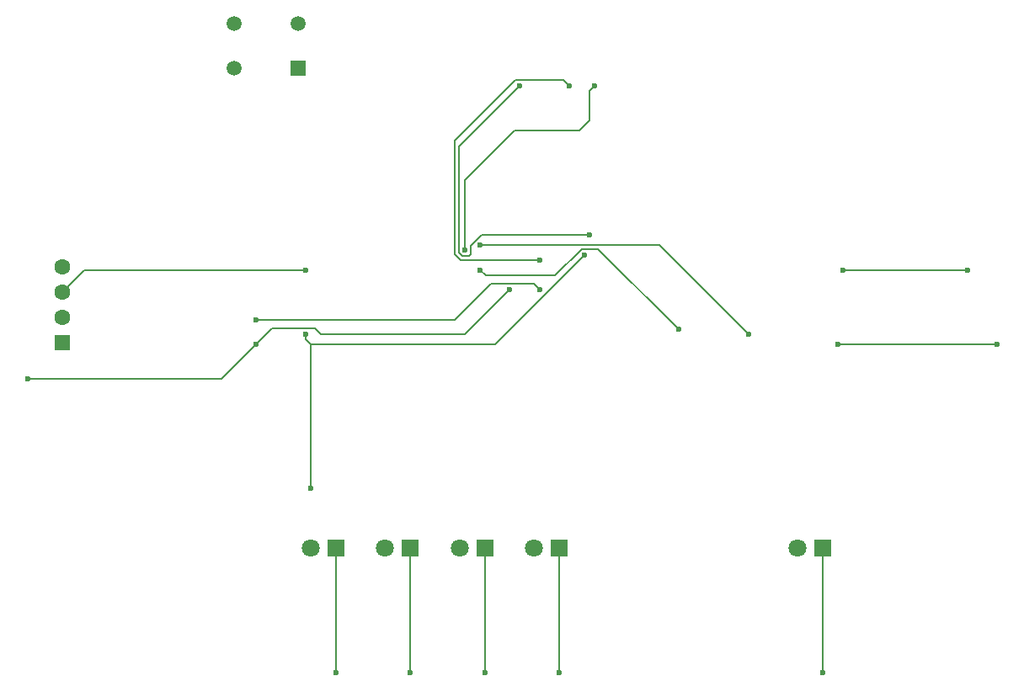
<source format=gbr>
%TF.GenerationSoftware,KiCad,Pcbnew,8.0.1*%
%TF.CreationDate,2024-04-13T21:36:45+05:30*%
%TF.ProjectId,piso,7069736f-2e6b-4696-9361-645f70636258,rev?*%
%TF.SameCoordinates,Original*%
%TF.FileFunction,Copper,L2,Bot*%
%TF.FilePolarity,Positive*%
%FSLAX46Y46*%
G04 Gerber Fmt 4.6, Leading zero omitted, Abs format (unit mm)*
G04 Created by KiCad (PCBNEW 8.0.1) date 2024-04-13 21:36:45*
%MOMM*%
%LPD*%
G01*
G04 APERTURE LIST*
%TA.AperFunction,ComponentPad*%
%ADD10R,1.800000X1.800000*%
%TD*%
%TA.AperFunction,ComponentPad*%
%ADD11C,1.800000*%
%TD*%
%TA.AperFunction,ComponentPad*%
%ADD12R,1.605000X1.605000*%
%TD*%
%TA.AperFunction,ComponentPad*%
%ADD13C,1.605000*%
%TD*%
%TA.AperFunction,ComponentPad*%
%ADD14R,1.498000X1.498000*%
%TD*%
%TA.AperFunction,ComponentPad*%
%ADD15C,1.498000*%
%TD*%
%TA.AperFunction,ViaPad*%
%ADD16C,0.600000*%
%TD*%
%TA.AperFunction,Conductor*%
%ADD17C,0.200000*%
%TD*%
G04 APERTURE END LIST*
D10*
%TO.P,D2,1,K*%
%TO.N,GND*%
X133000000Y-150500000D03*
D11*
%TO.P,D2,2,A*%
%TO.N,Net-(D2-A)*%
X130460000Y-150500000D03*
%TD*%
D10*
%TO.P,D0,1,K*%
%TO.N,GND*%
X148000000Y-150500000D03*
D11*
%TO.P,D0,2,A*%
%TO.N,Net-(D0-A)*%
X145460000Y-150500000D03*
%TD*%
D12*
%TO.P,J1,1,1*%
%TO.N,GND*%
X98000000Y-129810000D03*
D13*
%TO.P,J1,2,2*%
%TO.N,Vdd*%
X98000000Y-127270000D03*
%TO.P,J1,3,3*%
X98000000Y-124730000D03*
%TO.P,J1,4,4*%
%TO.N,GND*%
X98000000Y-122190000D03*
%TD*%
D10*
%TO.P,Dout1,1,K*%
%TO.N,GND*%
X174500000Y-150500000D03*
D11*
%TO.P,Dout1,2,A*%
%TO.N,Net-(Dout1-A)*%
X171960000Y-150500000D03*
%TD*%
D10*
%TO.P,D3,1,K*%
%TO.N,GND*%
X125500000Y-150500000D03*
D11*
%TO.P,D3,2,A*%
%TO.N,Net-(D3-A)*%
X122960000Y-150500000D03*
%TD*%
D14*
%TO.P,SW1,1*%
%TO.N,CLK*%
X121750000Y-102250000D03*
D15*
%TO.P,SW1,2*%
%TO.N,unconnected-(SW1-Pad2)*%
X115250000Y-102250000D03*
%TO.P,SW1,3*%
%TO.N,Vdd*%
X121750000Y-97750000D03*
%TO.P,SW1,4*%
%TO.N,unconnected-(SW1-Pad4)*%
X115250000Y-97750000D03*
%TD*%
D10*
%TO.P,D1,1,K*%
%TO.N,GND*%
X140500000Y-150500000D03*
D11*
%TO.P,D1,2,A*%
%TO.N,Net-(D1-A)*%
X137960000Y-150500000D03*
%TD*%
D16*
%TO.N,D3*%
X123000000Y-144500000D03*
%TO.N,D0*%
X140000000Y-120000000D03*
X167000000Y-129000000D03*
%TO.N,D1*%
X160000000Y-128500000D03*
X140000000Y-122500000D03*
%TO.N,D2*%
X146000000Y-124500000D03*
X117500000Y-127500000D03*
%TO.N,D3*%
X122500000Y-129000000D03*
X150500000Y-121000000D03*
%TO.N,Vdd*%
X189000000Y-122500000D03*
X176500000Y-122500000D03*
X122500000Y-122500000D03*
%TO.N,GND*%
X176000000Y-130000000D03*
X174500000Y-163000000D03*
X125500000Y-163000000D03*
X140500000Y-163000000D03*
X133000000Y-163000000D03*
X117500000Y-130000000D03*
X148000000Y-163000000D03*
X192000000Y-130000000D03*
X94500000Y-133500000D03*
X143000000Y-124500000D03*
%TO.N,Net-(U2-S4A)*%
X151000000Y-119000000D03*
X144000000Y-104000000D03*
%TO.N,Net-(U2-S2A)*%
X138500000Y-120500000D03*
X151500000Y-104000000D03*
%TO.N,Net-(U2-S3A)*%
X149000000Y-104000000D03*
X146000000Y-121500000D03*
%TD*%
D17*
%TO.N,D3*%
X123000000Y-143540000D02*
X123000000Y-144500000D01*
X122960000Y-143500000D02*
X123000000Y-143540000D01*
X122960000Y-130000000D02*
X122960000Y-143500000D01*
%TO.N,D0*%
X158000000Y-120000000D02*
X167000000Y-129000000D01*
X140000000Y-120000000D02*
X158000000Y-120000000D01*
%TO.N,D1*%
X160000000Y-128500000D02*
X151900000Y-120400000D01*
X151900000Y-120400000D02*
X150251471Y-120400000D01*
X140575736Y-123075736D02*
X140000000Y-122500000D01*
X150251471Y-120400000D02*
X147575736Y-123075736D01*
X147575736Y-123075736D02*
X140575736Y-123075736D01*
%TO.N,D2*%
X141100000Y-123900000D02*
X145400000Y-123900000D01*
X145400000Y-123900000D02*
X146000000Y-124500000D01*
X117500000Y-127500000D02*
X137500000Y-127500000D01*
X137500000Y-127500000D02*
X141100000Y-123900000D01*
%TO.N,D3*%
X122960000Y-129960000D02*
X122960000Y-130000000D01*
X141500000Y-130000000D02*
X122960000Y-130000000D01*
X122500000Y-129500000D02*
X122960000Y-129960000D01*
X150500000Y-121000000D02*
X141500000Y-130000000D01*
X122500000Y-129000000D02*
X122500000Y-129500000D01*
%TO.N,Vdd*%
X176500000Y-122500000D02*
X189000000Y-122500000D01*
X122500000Y-122500000D02*
X100230000Y-122500000D01*
X100230000Y-122500000D02*
X98000000Y-124730000D01*
%TO.N,GND*%
X140500000Y-163000000D02*
X140500000Y-150500000D01*
X133000000Y-150500000D02*
X133000000Y-163000000D01*
X176000000Y-130000000D02*
X176500000Y-130000000D01*
X148000000Y-150500000D02*
X148000000Y-163000000D01*
X114000000Y-133500000D02*
X117500000Y-130000000D01*
X143000000Y-124500000D02*
X138500000Y-129000000D01*
X124000000Y-129000000D02*
X123400000Y-128400000D01*
X176500000Y-130000000D02*
X192000000Y-130000000D01*
X174500000Y-150500000D02*
X174500000Y-163000000D01*
X123400000Y-128400000D02*
X119100000Y-128400000D01*
X119100000Y-128400000D02*
X117500000Y-130000000D01*
X125500000Y-163000000D02*
X125500000Y-150500000D01*
X94500000Y-133500000D02*
X114000000Y-133500000D01*
X138500000Y-129000000D02*
X124000000Y-129000000D01*
%TO.N,Net-(U2-S4A)*%
X138251471Y-121100000D02*
X137900000Y-120748529D01*
X151000000Y-119000000D02*
X140151471Y-119000000D01*
X138900000Y-121100000D02*
X138251471Y-121100000D01*
X139100000Y-120900000D02*
X138900000Y-121100000D01*
X139100000Y-120051471D02*
X139100000Y-120900000D01*
X137900000Y-110100000D02*
X144000000Y-104000000D01*
X140151471Y-119000000D02*
X139100000Y-120051471D01*
X137900000Y-120748529D02*
X137900000Y-110100000D01*
%TO.N,Net-(U2-S2A)*%
X151000000Y-107500000D02*
X151000000Y-104500000D01*
X143500000Y-108500000D02*
X150000000Y-108500000D01*
X138500000Y-113500000D02*
X143500000Y-108500000D01*
X150000000Y-108500000D02*
X151000000Y-107500000D01*
X151000000Y-104500000D02*
X151500000Y-104000000D01*
X138500000Y-120500000D02*
X138500000Y-113500000D01*
%TO.N,Net-(U2-S3A)*%
X138085786Y-121500000D02*
X137500000Y-120914214D01*
X146000000Y-121500000D02*
X138085786Y-121500000D01*
X143600000Y-103400000D02*
X148400000Y-103400000D01*
X137500000Y-109500000D02*
X143600000Y-103400000D01*
X148400000Y-103400000D02*
X149000000Y-104000000D01*
X137500000Y-120914214D02*
X137500000Y-109500000D01*
%TD*%
M02*

</source>
